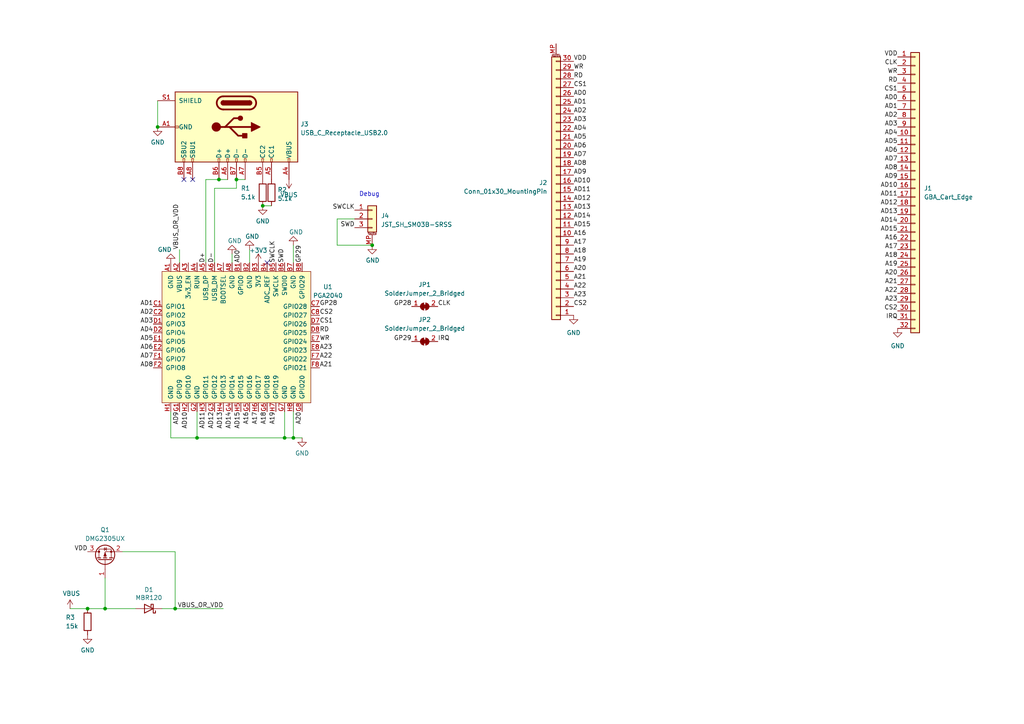
<source format=kicad_sch>
(kicad_sch (version 20230121) (generator eeschema)
  (paper "A4")
  (lib_symbols
    (symbol "Connector:USB_C_Receptacle_USB2.0" (pin_names (offset 1.016))
      (property "Reference" "J" (at -10.16 19.05 0))
      (property "Value" "USB_C_Receptacle_USB2.0" (at 19.05 19.05 0))
      (symbol "USB_C_Receptacle_USB2.0_0_0"
        (rectangle (start -0.254 -17.78) (end 0.254 -16.764))
        (rectangle (start 10.16 -14.986) (end 9.144 -15.494))
        (rectangle (start 10.16 -12.446) (end 9.144 -12.954))
        (rectangle (start 10.16 -4.826) (end 9.144 -5.334))
        (rectangle (start 10.16 -2.286) (end 9.144 -2.794))
        (rectangle (start 10.16 0.254) (end 9.144 -0.254))
        (rectangle (start 10.16 2.794) (end 9.144 2.286))
        (rectangle (start 10.16 7.874) (end 9.144 7.366))
        (rectangle (start 10.16 10.414) (end 9.144 9.906))
        (rectangle (start 10.16 15.494) (end 9.144 14.986))
      )
      (symbol "USB_C_Receptacle_USB2.0_0_1"
        (rectangle (start -10.16 17.78) (end 10.16 -17.78) (stroke (width 0.254)) (fill (type background)))
        (arc (start -8.89 -3.81) (mid -6.985 -5.7067) (end -5.08 -3.81) (stroke (width 0.508)))
        (arc (start -7.62 -3.81) (mid -6.985 -4.4423) (end -6.35 -3.81) (stroke (width 0.254)))
        (arc (start -7.62 -3.81) (mid -6.985 -4.4423) (end -6.35 -3.81) (stroke (width 0.254)) (fill (type outline)))
        (rectangle (start -7.62 -3.81) (end -6.35 3.81) (stroke (width 0.254)) (fill (type outline)))
        (arc (start -6.35 3.81) (mid -6.985 4.4423) (end -7.62 3.81) (stroke (width 0.254)))
        (arc (start -6.35 3.81) (mid -6.985 4.4423) (end -7.62 3.81) (stroke (width 0.254)) (fill (type outline)))
        (arc (start -5.08 3.81) (mid -6.985 5.7067) (end -8.89 3.81) (stroke (width 0.508)))
        (circle (center -2.54 1.143) (radius 0.635) (stroke (width 0.254)) (fill (type outline)))
        (circle (center 0 -5.842) (radius 1.27) (fill (type outline)))
        (polyline (pts (xy -8.89 -3.81) (xy -8.89 3.81)) (stroke (width 0.508)))
        (polyline (pts (xy -5.08 3.81) (xy -5.08 -3.81)) (stroke (width 0.508)))
        (polyline (pts (xy 0 -5.842) (xy 0 4.318)) (stroke (width 0.508)))
        (polyline (pts (xy 0 -3.302) (xy -2.54 -0.762) (xy -2.54 0.508)) (stroke (width 0.508)))
        (polyline (pts (xy 0 -2.032) (xy 2.54 0.508) (xy 2.54 1.778)) (stroke (width 0.508)))
        (polyline (pts (xy -1.27 4.318) (xy 0 6.858) (xy 1.27 4.318) (xy -1.27 4.318)) (stroke (width 0.254)) (fill (type outline)))
        (rectangle (start 1.905 1.778) (end 3.175 3.048) (stroke (width 0.254)) (fill (type outline)))
      )
      (symbol "USB_C_Receptacle_USB2.0_1_1"
        (pin passive line (at 0 -22.86 90) (length 5.08) (name "GND") (number "A1"))
        (pin passive line (at 0 -22.86 90) (length 5.08) hide (name "GND") (number "A12"))
        (pin passive line (at 15.24 15.24 180) (length 5.08) (name "VBUS") (number "A4"))
        (pin bidirectional line (at 15.24 10.16 180) (length 5.08) (name "CC1") (number "A5"))
        (pin bidirectional line (at 15.24 -2.54 180) (length 5.08) (name "D+") (number "A6"))
        (pin bidirectional line (at 15.24 2.54 180) (length 5.08) (name "D-") (number "A7"))
        (pin bidirectional line (at 15.24 -12.7 180) (length 5.08) (name "SBU1") (number "A8"))
        (pin passive line (at 15.24 15.24 180) (length 5.08) hide (name "VBUS") (number "A9"))
        (pin passive line (at 0 -22.86 90) (length 5.08) hide (name "GND") (number "B1"))
        (pin passive line (at 0 -22.86 90) (length 5.08) hide (name "GND") (number "B12"))
        (pin passive line (at 15.24 15.24 180) (length 5.08) hide (name "VBUS") (number "B4"))
        (pin bidirectional line (at 15.24 7.62 180) (length 5.08) (name "CC2") (number "B5"))
        (pin bidirectional line (at 15.24 -5.08 180) (length 5.08) (name "D+") (number "B6"))
        (pin bidirectional line (at 15.24 0 180) (length 5.08) (name "D-") (number "B7"))
        (pin bidirectional line (at 15.24 -15.24 180) (length 5.08) (name "SBU2") (number "B8"))
        (pin passive line (at 15.24 15.24 180) (length 5.08) hide (name "VBUS") (number "B9"))
        (pin passive line (at -7.62 -22.86 90) (length 5.08) (name "SHIELD") (number "S1"))
      )
    )
    (symbol "Connector_Generic:Conn_01x32" (pin_names (offset 1.016) hide)
      (property "Reference" "J" (at 0 40.64 0))
      (property "Value" "Conn_01x32" (at 0 -43.18 0))
      (symbol "Conn_01x32_1_1"
        (rectangle (start -1.27 -40.513) (end 0 -40.767) (stroke (width 0.1524)))
        (rectangle (start -1.27 -37.973) (end 0 -38.227) (stroke (width 0.1524)))
        (rectangle (start -1.27 -35.433) (end 0 -35.687) (stroke (width 0.1524)))
        (rectangle (start -1.27 -32.893) (end 0 -33.147) (stroke (width 0.1524)))
        (rectangle (start -1.27 -30.353) (end 0 -30.607) (stroke (width 0.1524)))
        (rectangle (start -1.27 -27.813) (end 0 -28.067) (stroke (width 0.1524)))
        (rectangle (start -1.27 -25.273) (end 0 -25.527) (stroke (width 0.1524)))
        (rectangle (start -1.27 -22.733) (end 0 -22.987) (stroke (width 0.1524)))
        (rectangle (start -1.27 -20.193) (end 0 -20.447) (stroke (width 0.1524)))
        (rectangle (start -1.27 -17.653) (end 0 -17.907) (stroke (width 0.1524)))
        (rectangle (start -1.27 -15.113) (end 0 -15.367) (stroke (width 0.1524)))
        (rectangle (start -1.27 -12.573) (end 0 -12.827) (stroke (width 0.1524)))
        (rectangle (start -1.27 -10.033) (end 0 -10.287) (stroke (width 0.1524)))
        (rectangle (start -1.27 -7.493) (end 0 -7.747) (stroke (width 0.1524)))
        (rectangle (start -1.27 -4.953) (end 0 -5.207) (stroke (width 0.1524)))
        (rectangle (start -1.27 -2.413) (end 0 -2.667) (stroke (width 0.1524)))
        (rectangle (start -1.27 0.127) (end 0 -0.127) (stroke (width 0.1524)))
        (rectangle (start -1.27 2.667) (end 0 2.413) (stroke (width 0.1524)))
        (rectangle (start -1.27 5.207) (end 0 4.953) (stroke (width 0.1524)))
        (rectangle (start -1.27 7.747) (end 0 7.493) (stroke (width 0.1524)))
        (rectangle (start -1.27 10.287) (end 0 10.033) (stroke (width 0.1524)))
        (rectangle (start -1.27 12.827) (end 0 12.573) (stroke (width 0.1524)))
        (rectangle (start -1.27 15.367) (end 0 15.113) (stroke (width 0.1524)))
        (rectangle (start -1.27 17.907) (end 0 17.653) (stroke (width 0.1524)))
        (rectangle (start -1.27 20.447) (end 0 20.193) (stroke (width 0.1524)))
        (rectangle (start -1.27 22.987) (end 0 22.733) (stroke (width 0.1524)))
        (rectangle (start -1.27 25.527) (end 0 25.273) (stroke (width 0.1524)))
        (rectangle (start -1.27 28.067) (end 0 27.813) (stroke (width 0.1524)))
        (rectangle (start -1.27 30.607) (end 0 30.353) (stroke (width 0.1524)))
        (rectangle (start -1.27 33.147) (end 0 32.893) (stroke (width 0.1524)))
        (rectangle (start -1.27 35.687) (end 0 35.433) (stroke (width 0.1524)))
        (rectangle (start -1.27 38.227) (end 0 37.973) (stroke (width 0.1524)))
        (rectangle (start -1.27 39.37) (end 1.27 -41.91) (stroke (width 0.254)) (fill (type background)))
        (pin passive line (at -5.08 38.1 0) (length 3.81) (name "Pin_1") (number "1"))
        (pin passive line (at -5.08 15.24 0) (length 3.81) (name "Pin_10") (number "10"))
        (pin passive line (at -5.08 12.7 0) (length 3.81) (name "Pin_11") (number "11"))
        (pin passive line (at -5.08 10.16 0) (length 3.81) (name "Pin_12") (number "12"))
        (pin passive line (at -5.08 7.62 0) (length 3.81) (name "Pin_13") (number "13"))
        (pin passive line (at -5.08 5.08 0) (length 3.81) (name "Pin_14") (number "14"))
        (pin passive line (at -5.08 2.54 0) (length 3.81) (name "Pin_15") (number "15"))
        (pin passive line (at -5.08 0 0) (length 3.81) (name "Pin_16") (number "16"))
        (pin passive line (at -5.08 -2.54 0) (length 3.81) (name "Pin_17") (number "17"))
        (pin passive line (at -5.08 -5.08 0) (length 3.81) (name "Pin_18") (number "18"))
        (pin passive line (at -5.08 -7.62 0) (length 3.81) (name "Pin_19") (number "19"))
        (pin passive line (at -5.08 35.56 0) (length 3.81) (name "Pin_2") (number "2"))
        (pin passive line (at -5.08 -10.16 0) (length 3.81) (name "Pin_20") (number "20"))
        (pin passive line (at -5.08 -12.7 0) (length 3.81) (name "Pin_21") (number "21"))
        (pin passive line (at -5.08 -15.24 0) (length 3.81) (name "Pin_22") (number "22"))
        (pin passive line (at -5.08 -17.78 0) (length 3.81) (name "Pin_23") (number "23"))
        (pin passive line (at -5.08 -20.32 0) (length 3.81) (name "Pin_24") (number "24"))
        (pin passive line (at -5.08 -22.86 0) (length 3.81) (name "Pin_25") (number "25"))
        (pin passive line (at -5.08 -25.4 0) (length 3.81) (name "Pin_26") (number "26"))
        (pin passive line (at -5.08 -27.94 0) (length 3.81) (name "Pin_27") (number "27"))
        (pin passive line (at -5.08 -30.48 0) (length 3.81) (name "Pin_28") (number "28"))
        (pin passive line (at -5.08 -33.02 0) (length 3.81) (name "Pin_29") (number "29"))
        (pin passive line (at -5.08 33.02 0) (length 3.81) (name "Pin_3") (number "3"))
        (pin passive line (at -5.08 -35.56 0) (length 3.81) (name "Pin_30") (number "30"))
        (pin passive line (at -5.08 -38.1 0) (length 3.81) (name "Pin_31") (number "31"))
        (pin passive line (at -5.08 -40.64 0) (length 3.81) (name "Pin_32") (number "32"))
        (pin passive line (at -5.08 30.48 0) (length 3.81) (name "Pin_4") (number "4"))
        (pin passive line (at -5.08 27.94 0) (length 3.81) (name "Pin_5") (number "5"))
        (pin passive line (at -5.08 25.4 0) (length 3.81) (name "Pin_6") (number "6"))
        (pin passive line (at -5.08 22.86 0) (length 3.81) (name "Pin_7") (number "7"))
        (pin passive line (at -5.08 20.32 0) (length 3.81) (name "Pin_8") (number "8"))
        (pin passive line (at -5.08 17.78 0) (length 3.81) (name "Pin_9") (number "9"))
      )
    )
    (symbol "Connector_Generic_MountingPin:Conn_01x03_MountingPin" (pin_names (offset 1.016) hide)
      (property "Reference" "J" (at 0 5.08 0))
      (property "Value" "Conn_01x03_MountingPin" (at 1.27 -5.08 0))
      (symbol "Conn_01x03_MountingPin_1_1"
        (rectangle (start -1.27 -2.413) (end 0 -2.667) (stroke (width 0.1524)))
        (rectangle (start -1.27 0.127) (end 0 -0.127) (stroke (width 0.1524)))
        (rectangle (start -1.27 2.667) (end 0 2.413) (stroke (width 0.1524)))
        (rectangle (start -1.27 3.81) (end 1.27 -3.81) (stroke (width 0.254)) (fill (type background)))
        (polyline (pts (xy -1.016 -4.572) (xy 1.016 -4.572)) (stroke (width 0.1524)))
        (text "Mounting" (at 0 -4.191 0) (effects (font (size 0.381 0.381))))
        (pin passive line (at -5.08 2.54 0) (length 3.81) (name "Pin_1") (number "1"))
        (pin passive line (at -5.08 0 0) (length 3.81) (name "Pin_2") (number "2"))
        (pin passive line (at -5.08 -2.54 0) (length 3.81) (name "Pin_3") (number "3"))
        (pin passive line (at 0 -7.62 90) (length 3.048) (name "MountPin") (number "MP"))
      )
    )
    (symbol "Connector_Generic_MountingPin:Conn_01x30_MountingPin" (pin_names (offset 1.016) hide)
      (property "Reference" "J" (at 0 38.1 0))
      (property "Value" "Conn_01x30_MountingPin" (at 1.27 -40.64 0))
      (symbol "Conn_01x30_MountingPin_1_1"
        (rectangle (start -1.27 -37.973) (end 0 -38.227) (stroke (width 0.1524)))
        (rectangle (start -1.27 -35.433) (end 0 -35.687) (stroke (width 0.1524)))
        (rectangle (start -1.27 -32.893) (end 0 -33.147) (stroke (width 0.1524)))
        (rectangle (start -1.27 -30.353) (end 0 -30.607) (stroke (width 0.1524)))
        (rectangle (start -1.27 -27.813) (end 0 -28.067) (stroke (width 0.1524)))
        (rectangle (start -1.27 -25.273) (end 0 -25.527) (stroke (width 0.1524)))
        (rectangle (start -1.27 -22.733) (end 0 -22.987) (stroke (width 0.1524)))
        (rectangle (start -1.27 -20.193) (end 0 -20.447) (stroke (width 0.1524)))
        (rectangle (start -1.27 -17.653) (end 0 -17.907) (stroke (width 0.1524)))
        (rectangle (start -1.27 -15.113) (end 0 -15.367) (stroke (width 0.1524)))
        (rectangle (start -1.27 -12.573) (end 0 -12.827) (stroke (width 0.1524)))
        (rectangle (start -1.27 -10.033) (end 0 -10.287) (stroke (width 0.1524)))
        (rectangle (start -1.27 -7.493) (end 0 -7.747) (stroke (width 0.1524)))
        (rectangle (start -1.27 -4.953) (end 0 -5.207) (stroke (width 0.1524)))
        (rectangle (start -1.27 -2.413) (end 0 -2.667) (stroke (width 0.1524)))
        (rectangle (start -1.27 0.127) (end 0 -0.127) (stroke (width 0.1524)))
        (rectangle (start -1.27 2.667) (end 0 2.413) (stroke (width 0.1524)))
        (rectangle (start -1.27 5.207) (end 0 4.953) (stroke (width 0.1524)))
        (rectangle (start -1.27 7.747) (end 0 7.493) (stroke (width 0.1524)))
        (rectangle (start -1.27 10.287) (end 0 10.033) (stroke (width 0.1524)))
        (rectangle (start -1.27 12.827) (end 0 12.573) (stroke (width 0.1524)))
        (rectangle (start -1.27 15.367) (end 0 15.113) (stroke (width 0.1524)))
        (rectangle (start -1.27 17.907) (end 0 17.653) (stroke (width 0.1524)))
        (rectangle (start -1.27 20.447) (end 0 20.193) (stroke (width 0.1524)))
        (rectangle (start -1.27 22.987) (end 0 22.733) (stroke (width 0.1524)))
        (rectangle (start -1.27 25.527) (end 0 25.273) (stroke (width 0.1524)))
        (rectangle (start -1.27 28.067) (end 0 27.813) (stroke (width 0.1524)))
        (rectangle (start -1.27 30.607) (end 0 30.353) (stroke (width 0.1524)))
        (rectangle (start -1.27 33.147) (end 0 32.893) (stroke (width 0.1524)))
        (rectangle (start -1.27 35.687) (end 0 35.433) (stroke (width 0.1524)))
        (rectangle (start -1.27 36.83) (end 1.27 -39.37) (stroke (width 0.254)) (fill (type background)))
        (polyline (pts (xy -1.016 -40.132) (xy 1.016 -40.132)) (stroke (width 0.1524)))
        (text "Mounting" (at 0 -39.751 0) (effects (font (size 0.381 0.381))))
        (pin passive line (at -5.08 35.56 0) (length 3.81) (name "Pin_1") (number "1"))
        (pin passive line (at -5.08 12.7 0) (length 3.81) (name "Pin_10") (number "10"))
        (pin passive line (at -5.08 10.16 0) (length 3.81) (name "Pin_11") (number "11"))
        (pin passive line (at -5.08 7.62 0) (length 3.81) (name "Pin_12") (number "12"))
        (pin passive line (at -5.08 5.08 0) (length 3.81) (name "Pin_13") (number "13"))
        (pin passive line (at -5.08 2.54 0) (length 3.81) (name "Pin_14") (number "14"))
        (pin passive line (at -5.08 0 0) (length 3.81) (name "Pin_15") (number "15"))
        (pin passive line (at -5.08 -2.54 0) (length 3.81) (name "Pin_16") (number "16"))
        (pin passive line (at -5.08 -5.08 0) (length 3.81) (name "Pin_17") (number "17"))
        (pin passive line (at -5.08 -7.62 0) (length 3.81) (name "Pin_18") (number "18"))
        (pin passive line (at -5.08 -10.16 0) (length 3.81) (name "Pin_19") (number "19"))
        (pin passive line (at -5.08 33.02 0) (length 3.81) (name "Pin_2") (number "2"))
        (pin passive line (at -5.08 -12.7 0) (length 3.81) (name "Pin_20") (number "20"))
        (pin passive line (at -5.08 -15.24 0) (length 3.81) (name "Pin_21") (number "21"))
        (pin passive line (at -5.08 -17.78 0) (length 3.81) (name "Pin_22") (number "22"))
        (pin passive line (at -5.08 -20.32 0) (length 3.81) (name "Pin_23") (number "23"))
        (pin passive line (at -5.08 -22.86 0) (length 3.81) (name "Pin_24") (number "24"))
        (pin passive line (at -5.08 -25.4 0) (length 3.81) (name "Pin_25") (number "25"))
        (pin passive line (at -5.08 -27.94 0) (length 3.81) (name "Pin_26") (number "26"))
        (pin passive line (at -5.08 -30.48 0) (length 3.81) (name "Pin_27") (number "27"))
        (pin passive line (at -5.08 -33.02 0) (length 3.81) (name "Pin_28") (number "28"))
        (pin passive line (at -5.08 -35.56 0) (length 3.81) (name "Pin_29") (number "29"))
        (pin passive line (at -5.08 30.48 0) (length 3.81) (name "Pin_3") (number "3"))
        (pin passive line (at -5.08 -38.1 0) (length 3.81) (name "Pin_30") (number "30"))
        (pin passive line (at -5.08 27.94 0) (length 3.81) (name "Pin_4") (number "4"))
        (pin passive line (at -5.08 25.4 0) (length 3.81) (name "Pin_5") (number "5"))
        (pin passive line (at -5.08 22.86 0) (length 3.81) (name "Pin_6") (number "6"))
        (pin passive line (at -5.08 20.32 0) (length 3.81) (name "Pin_7") (number "7"))
        (pin passive line (at -5.08 17.78 0) (length 3.81) (name "Pin_8") (number "8"))
        (pin passive line (at -5.08 15.24 0) (length 3.81) (name "Pin_9") (number "9"))
        (pin passive line (at 0 -43.18 90) (length 3.048) (name "MountPin") (number "MP"))
      )
    )
    (symbol "Device:R" (pin_numbers hide) (pin_names (offset 0))
      (property "Reference" "R" (at 2.032 0 90))
      (property "Value" "R" (at 0 0 90))
      (symbol "R_0_1"
        (rectangle (start -1.016 -2.54) (end 1.016 2.54) (stroke (width 0.254)))
      )
      (symbol "R_1_1"
        (pin passive line (at 0 3.81 270) (length 1.27) (name "~") (number "1"))
        (pin passive line (at 0 -3.81 90) (length 1.27) (name "~") (number "2"))
      )
    )
    (symbol "Diode:MBR0520" (pin_numbers hide) (pin_names (offset 1.016) hide)
      (property "Reference" "D" (at 0 2.54 0))
      (property "Value" "MBR0520" (at 0 -2.54 0))
      (symbol "MBR0520_0_1"
        (polyline (pts (xy 1.27 0) (xy -1.27 0)))
        (polyline (pts (xy 1.27 1.27) (xy 1.27 -1.27) (xy -1.27 0) (xy 1.27 1.27)) (stroke (width 0.254)))
        (polyline (pts (xy -1.905 0.635) (xy -1.905 1.27) (xy -1.27 1.27) (xy -1.27 -1.27) (xy -0.635 -1.27) (xy -0.635 -0.635)) (stroke (width 0.254)))
      )
      (symbol "MBR0520_1_1"
        (pin passive line (at -3.81 0 0) (length 2.54) (name "K") (number "1"))
        (pin passive line (at 3.81 0 180) (length 2.54) (name "A") (number "2"))
      )
    )
    (symbol "Jumper:SolderJumper_2_Bridged" (pin_names (offset 0) hide)
      (property "Reference" "JP" (at 0 2.032 0))
      (property "Value" "SolderJumper_2_Bridged" (at 0 -2.54 0))
      (symbol "SolderJumper_2_Bridged_0_1"
        (rectangle (start -0.508 0.508) (end 0.508 -0.508) (fill (type outline)))
        (arc (start -0.254 1.016) (mid -1.2656 0) (end -0.254 -1.016))
        (arc (start -0.254 1.016) (mid -1.2656 0) (end -0.254 -1.016) (fill (type outline)))
        (polyline (pts (xy -0.254 1.016) (xy -0.254 -1.016)))
        (polyline (pts (xy 0.254 1.016) (xy 0.254 -1.016)))
        (arc (start 0.254 -1.016) (mid 1.2656 0) (end 0.254 1.016))
        (arc (start 0.254 -1.016) (mid 1.2656 0) (end 0.254 1.016) (fill (type outline)))
      )
      (symbol "SolderJumper_2_Bridged_1_1"
        (pin passive line (at -3.81 0 0) (length 2.54) (name "A") (number "1"))
        (pin passive line (at 3.81 0 180) (length 2.54) (name "B") (number "2"))
      )
    )
    (symbol "Transistor_FET:DMG2301L" (pin_names hide)
      (property "Reference" "Q" (at 5.08 1.905 0))
      (property "Value" "DMG2301L" (at 5.08 0 0))
      (symbol "DMG2301L_0_1"
        (polyline (pts (xy 0.254 0) (xy -2.54 0)))
        (polyline (pts (xy 0.254 1.905) (xy 0.254 -1.905)) (stroke (width 0.254)))
        (polyline (pts (xy 0.762 -1.27) (xy 0.762 -2.286)) (stroke (width 0.254)))
        (polyline (pts (xy 0.762 0.508) (xy 0.762 -0.508)) (stroke (width 0.254)))
        (polyline (pts (xy 0.762 2.286) (xy 0.762 1.27)) (stroke (width 0.254)))
        (polyline (pts (xy 2.54 2.54) (xy 2.54 1.778)))
        (polyline (pts (xy 2.54 -2.54) (xy 2.54 0) (xy 0.762 0)))
        (polyline (pts (xy 0.762 1.778) (xy 3.302 1.778) (xy 3.302 -1.778) (xy 0.762 -1.778)))
        (polyline (pts (xy 2.286 0) (xy 1.27 0.381) (xy 1.27 -0.381) (xy 2.286 0)) (fill (type outline)))
        (polyline (pts (xy 2.794 -0.508) (xy 2.921 -0.381) (xy 3.683 -0.381) (xy 3.81 -0.254)))
        (polyline (pts (xy 3.302 -0.381) (xy 2.921 0.254) (xy 3.683 0.254) (xy 3.302 -0.381)))
        (circle (center 1.651 0) (radius 2.794) (stroke (width 0.254)))
        (circle (center 2.54 -1.778) (radius 0.254) (fill (type outline)))
        (circle (center 2.54 1.778) (radius 0.254) (fill (type outline)))
      )
      (symbol "DMG2301L_1_1"
        (pin input line (at -5.08 0 0) (length 2.54) (name "G") (number "1"))
        (pin passive line (at 2.54 -5.08 90) (length 2.54) (name "S") (number "2"))
        (pin passive line (at 2.54 5.08 270) (length 2.54) (name "D") (number "3"))
      )
    )
    (symbol "pimoroni-boards:PGA2040" (pin_names (offset 1.016))
      (property "Reference" "U" (at 20.32 20.32 0))
      (property "Value" "PGA2040" (at 0 0 0))
      (symbol "PGA2040_0_1"
        (rectangle (start -21.59 19.05) (end 21.59 -19.05) (fill (type background)))
      )
      (symbol "PGA2040_1_1"
        (pin power_in line (at -19.05 21.59 270) (length 2.54) (name "GND") (number "A1"))
        (pin power_in line (at -16.51 21.59 270) (length 2.54) (name "VBUS") (number "A2"))
        (pin input line (at -13.97 21.59 270) (length 2.54) (name "3v3_EN") (number "A3"))
        (pin input line (at -11.43 21.59 270) (length 2.54) (name "RUN") (number "A4"))
        (pin bidirectional line (at -8.89 21.59 270) (length 2.54) (name "USB_DP") (number "A5"))
        (pin bidirectional line (at -6.35 21.59 270) (length 2.54) (name "USB_DM") (number "A6"))
        (pin input line (at -3.81 21.59 270) (length 2.54) (name "BOOTSEL") (number "A7"))
        (pin power_in line (at -1.27 21.59 270) (length 2.54) (name "GND") (number "A8"))
        (pin bidirectional line (at 1.27 21.59 270) (length 2.54) (name "GPIO0") (number "B1"))
        (pin power_in line (at 3.81 21.59 270) (length 2.54) (name "GND") (number "B2"))
        (pin power_out line (at 6.35 21.59 270) (length 2.54) (name "3V3") (number "B3"))
        (pin input line (at 8.89 21.59 270) (length 2.54) (name "ADC_REF") (number "B4"))
        (pin input line (at 11.43 21.59 270) (length 2.54) (name "SWCLK") (number "B5"))
        (pin bidirectional line (at 13.97 21.59 270) (length 2.54) (name "SWDIO") (number "B6"))
        (pin power_in line (at 16.51 21.59 270) (length 2.54) (name "GND") (number "B7"))
        (pin bidirectional line (at 19.05 21.59 270) (length 2.54) (name "GPIO29") (number "B8"))
        (pin bidirectional line (at -24.13 8.89 0) (length 2.54) (name "GPIO1") (number "C1"))
        (pin bidirectional line (at -24.13 6.35 0) (length 2.54) (name "GPIO2") (number "C2"))
        (pin bidirectional line (at 24.13 8.89 180) (length 2.54) (name "GPIO28") (number "C7"))
        (pin bidirectional line (at 24.13 6.35 180) (length 2.54) (name "GPIO27") (number "C8"))
        (pin bidirectional line (at -24.13 3.81 0) (length 2.54) (name "GPIO3") (number "D1"))
        (pin bidirectional line (at -24.13 1.27 0) (length 2.54) (name "GPIO4") (number "D2"))
        (pin bidirectional line (at 24.13 3.81 180) (length 2.54) (name "GPIO26") (number "D7"))
        (pin bidirectional line (at 24.13 1.27 180) (length 2.54) (name "GPIO25") (number "D8"))
        (pin bidirectional line (at -24.13 -1.27 0) (length 2.54) (name "GPIO5") (number "E1"))
        (pin bidirectional line (at -24.13 -3.81 0) (length 2.54) (name "GPIO6") (number "E2"))
        (pin bidirectional line (at 24.13 -1.27 180) (length 2.54) (name "GPIO24") (number "E7"))
        (pin bidirectional line (at 24.13 -3.81 180) (length 2.54) (name "GPIO23") (number "E8"))
        (pin bidirectional line (at -24.13 -6.35 0) (length 2.54) (name "GPIO7") (number "F1"))
        (pin bidirectional line (at -24.13 -8.89 0) (length 2.54) (name "GPIO8") (number "F2"))
        (pin bidirectional line (at 24.13 -6.35 180) (length 2.54) (name "GPIO22") (number "F7"))
        (pin bidirectional line (at 24.13 -8.89 180) (length 2.54) (name "GPIO21") (number "F8"))
        (pin bidirectional line (at -16.51 -21.59 90) (length 2.54) (name "GPIO9") (number "G1"))
        (pin power_in line (at -11.43 -21.59 90) (length 2.54) (name "GND") (number "G2"))
        (pin bidirectional line (at -6.35 -21.59 90) (length 2.54) (name "GPIO12") (number "G3"))
        (pin bidirectional line (at -1.27 -21.59 90) (length 2.54) (name "GPIO14") (number "G4"))
        (pin bidirectional line (at 3.81 -21.59 90) (length 2.54) (name "GPIO16") (number "G5"))
        (pin bidirectional line (at 8.89 -21.59 90) (length 2.54) (name "GPIO18") (number "G6"))
        (pin power_in line (at 13.97 -21.59 90) (length 2.54) (name "GND") (number "G7"))
        (pin bidirectional line (at 19.05 -21.59 90) (length 2.54) (name "GPIO20") (number "G8"))
        (pin power_in line (at -19.05 -21.59 90) (length 2.54) (name "GND") (number "H1"))
        (pin bidirectional line (at -13.97 -21.59 90) (length 2.54) (name "GPIO10") (number "H2"))
        (pin bidirectional line (at -8.89 -21.59 90) (length 2.54) (name "GPIO11") (number "H3"))
        (pin bidirectional line (at -3.81 -21.59 90) (length 2.54) (name "GPIO13") (number "H4"))
        (pin bidirectional line (at 1.27 -21.59 90) (length 2.54) (name "GPIO15") (number "H5"))
        (pin bidirectional line (at 6.35 -21.59 90) (length 2.54) (name "GPIO17") (number "H6"))
        (pin bidirectional line (at 11.43 -21.59 90) (length 2.54) (name "GPIO19") (number "H7"))
        (pin power_in line (at 16.51 -21.59 90) (length 2.54) (name "GND") (number "H8"))
      )
    )
    (symbol "power:+3.3V" (power) (pin_names (offset 0))
      (property "Value" "+3.3V" (at 0 3.556 0))
      (symbol "+3.3V_0_1"
        (polyline (pts (xy -0.762 1.27) (xy 0 2.54)))
        (polyline (pts (xy 0 0) (xy 0 2.54)))
        (polyline (pts (xy 0 2.54) (xy 0.762 1.27)))
      )
      (symbol "+3.3V_1_1"
        (pin power_in line (at 0 0 90) (length 0) hide (name "+3V3") (number "1"))
      )
    )
    (symbol "power:GND" (power) (pin_names (offset 0))
      (property "Value" "GND" (at 0 -3.81 0))
      (symbol "GND_0_1"
        (polyline (pts (xy 0 0) (xy 0 -1.27) (xy 1.27 -1.27) (xy 0 -2.54) (xy -1.27 -1.27) (xy 0 -1.27)))
      )
      (symbol "GND_1_1"
        (pin power_in line (at 0 0 270) (length 0) hide (name "GND") (number "1"))
      )
    )
    (symbol "power:VBUS" (power) (pin_names (offset 0))
      (property "Value" "VBUS" (at 0 3.81 0))
      (symbol "VBUS_0_1"
        (polyline (pts (xy -0.762 1.27) (xy 0 2.54)))
        (polyline (pts (xy 0 0) (xy 0 2.54)))
        (polyline (pts (xy 0 2.54) (xy 0.762 1.27)))
      )
      (symbol "VBUS_1_1"
        (pin power_in line (at 0 0 90) (length 0) hide (name "VBUS") (number "1"))
      )
    )
  )
  (junction (at 45.72 36.83))
  (junction (at 107.95 71.12))
  (junction (at 85.09 127))
  (junction (at 30.48 176.53))
  (junction (at 57.15 127))
  (junction (at 50.8 176.53))
  (junction (at 68.58 52.07))
  (junction (at 25.4 176.53))
  (junction (at 82.55 127))
  (junction (at 76.2 59.69))
  (junction (at 63.5 52.07))
  (no_connect (at 55.88 52.07))
  (no_connect (at 53.34 52.07))
  (no_connect (at 77.47 76.2))
  (wire (pts (xy 30.48 176.53) (xy 39.37 176.53)))
  (wire (pts (xy 85.09 119.38) (xy 85.09 127)))
  (wire (pts (xy 72.39 72.39) (xy 72.39 76.2)))
  (wire (pts (xy 35.56 160.02) (xy 50.8 160.02)))
  (wire (pts (xy 49.53 119.38) (xy 49.53 127)))
  (wire (pts (xy 76.2 59.69) (xy 78.74 59.69)))
  (wire (pts (xy 68.58 52.07) (xy 71.12 52.07)))
  (wire (pts (xy 82.55 127) (xy 85.09 127)))
  (wire (pts (xy 49.53 127) (xy 57.15 127)))
  (wire (pts (xy 85.09 71.12) (xy 85.09 76.2)))
  (wire (pts (xy 62.23 54.61) (xy 68.58 54.61)))
  (wire (pts (xy 46.99 176.53) (xy 50.8 176.53)))
  (wire (pts (xy 57.15 127) (xy 82.55 127)))
  (wire (pts (xy 63.5 52.07) (xy 66.04 52.07)))
  (wire (pts (xy 25.4 176.53) (xy 30.48 176.53)))
  (wire (pts (xy 20.32 176.53) (xy 25.4 176.53)))
  (wire (pts (xy 68.58 54.61) (xy 68.58 52.07)))
  (wire (pts (xy 50.8 160.02) (xy 50.8 176.53)))
  (wire (pts (xy 87.63 127) (xy 85.09 127)))
  (wire (pts (xy 97.79 71.12) (xy 107.95 71.12)))
  (wire (pts (xy 45.72 29.21) (xy 45.72 36.83)))
  (wire (pts (xy 50.8 176.53) (xy 64.77 176.53)))
  (wire (pts (xy 67.31 73.66) (xy 67.31 76.2)))
  (wire (pts (xy 62.23 76.2) (xy 62.23 54.61)))
  (wire (pts (xy 97.79 63.5) (xy 97.79 71.12)))
  (wire (pts (xy 97.79 63.5) (xy 102.87 63.5)))
  (wire (pts (xy 57.15 127) (xy 57.15 119.38)))
  (wire (pts (xy 52.07 72.39) (xy 52.07 76.2)))
  (wire (pts (xy 63.5 52.07) (xy 59.69 52.07)))
  (wire (pts (xy 82.55 127) (xy 82.55 119.38)))
  (wire (pts (xy 59.69 52.07) (xy 59.69 76.2)))
  (wire (pts (xy 30.48 167.64) (xy 30.48 176.53)))
  (text "Debug" (at 104.14 57.15 0) (effects (font (size 1.27 1.27)) (justify left bottom)))
  (label "AD13" (at 260.35 62.23 180))
  (label "AD0" (at 69.85 76.2 90))
  (label "A16" (at 260.35 69.85 180))
  (label "VBUS_OR_VDD" (at 52.07 72.39 90))
  (label "AD12" (at 166.37 58.42 0))
  (label "A22" (at 92.71 104.14 0))
  (label "CLK" (at 127 88.9 0))
  (label "AD14" (at 166.37 63.5 0))
  (label "AD0" (at 166.37 27.94 0))
  (label "A21" (at 260.35 82.55 180))
  (label "A19" (at 260.35 77.47 180))
  (label "GP29" (at 87.63 76.2 90))
  (label "A20" (at 87.63 119.38 270))
  (label "A22" (at 260.35 85.09 180))
  (label "AD11" (at 166.37 55.88 0))
  (label "IRQ" (at 260.35 92.71 180))
  (label "SWCLK" (at 102.87 60.96 180))
  (label "A18" (at 166.37 73.66 0))
  (label "AD9" (at 260.35 52.07 180))
  (label "AD1" (at 166.37 30.48 0))
  (label "AD5" (at 260.35 41.91 180))
  (label "A23" (at 166.37 86.36 0))
  (label "VDD" (at 166.37 17.78 0))
  (label "A20" (at 260.35 80.01 180))
  (label "AD11" (at 260.35 57.15 180))
  (label "AD9" (at 52.07 119.38 270))
  (label "AD9" (at 166.37 50.8 0))
  (label "A17" (at 166.37 71.12 0))
  (label "SWCLK" (at 80.01 76.2 90))
  (label "WR" (at 166.37 20.32 0))
  (label "AD14" (at 260.35 64.77 180))
  (label "CLK" (at 260.35 19.05 180))
  (label "AD15" (at 166.37 66.04 0))
  (label "A21" (at 92.71 106.68 0))
  (label "A23" (at 92.71 101.6 0))
  (label "A19" (at 166.37 76.2 0))
  (label "AD4" (at 166.37 38.1 0))
  (label "AD15" (at 260.35 67.31 180))
  (label "AD1" (at 260.35 31.75 180))
  (label "AD8" (at 44.45 106.68 180))
  (label "A16" (at 72.39 119.38 270))
  (label "CS1" (at 92.71 93.98 0))
  (label "AD1" (at 44.45 88.9 180))
  (label "GP28" (at 119.38 88.9 180))
  (label "AD10" (at 54.61 119.38 270))
  (label "AD3" (at 166.37 35.56 0))
  (label "CS1" (at 166.37 25.4 0))
  (label "AD13" (at 64.77 119.38 270))
  (label "AD11" (at 59.69 119.38 270))
  (label "RD" (at 92.71 96.52 0))
  (label "A21" (at 166.37 81.28 0))
  (label "AD5" (at 44.45 99.06 180))
  (label "AD10" (at 166.37 53.34 0))
  (label "AD2" (at 44.45 91.44 180))
  (label "CS1" (at 260.35 26.67 180))
  (label "D-" (at 62.23 76.2 90))
  (label "AD7" (at 166.37 45.72 0))
  (label "AD6" (at 260.35 44.45 180))
  (label "WR" (at 260.35 21.59 180))
  (label "AD8" (at 166.37 48.26 0))
  (label "A16" (at 166.37 68.58 0))
  (label "D+" (at 59.69 76.2 90))
  (label "AD10" (at 260.35 54.61 180))
  (label "A22" (at 166.37 83.82 0))
  (label "AD6" (at 44.45 101.6 180))
  (label "A17" (at 260.35 72.39 180))
  (label "CS2" (at 260.35 90.17 180))
  (label "CS2" (at 166.37 88.9 0))
  (label "AD12" (at 62.23 119.38 270))
  (label "AD0" (at 260.35 29.21 180))
  (label "VDD" (at 25.4 160.02 180))
  (label "CS2" (at 92.71 91.44 0))
  (label "AD6" (at 166.37 43.18 0))
  (label "AD4" (at 260.35 39.37 180))
  (label "IRQ" (at 127 99.06 0))
  (label "AD8" (at 260.35 49.53 180))
  (label "RD" (at 260.35 24.13 180))
  (label "AD2" (at 260.35 34.29 180))
  (label "AD7" (at 44.45 104.14 180))
  (label "AD4" (at 44.45 96.52 180))
  (label "WR" (at 92.71 99.06 0))
  (label "SWD" (at 82.55 76.2 90))
  (label "GP28" (at 92.71 88.9 0))
  (label "RD" (at 166.37 22.86 0))
  (label "SWD" (at 102.87 66.04 180))
  (label "AD13" (at 166.37 60.96 0))
  (label "AD3" (at 260.35 36.83 180))
  (label "A19" (at 80.01 119.38 270))
  (label "AD2" (at 166.37 33.02 0))
  (label "A17" (at 74.93 119.38 270))
  (label "GP29" (at 119.38 99.06 180))
  (label "AD14" (at 67.31 119.38 270))
  (label "VBUS_OR_VDD" (at 64.77 176.53 180))
  (label "AD5" (at 166.37 40.64 0))
  (label "A18" (at 260.35 74.93 180))
  (label "VDD" (at 260.35 16.51 180))
  (label "A23" (at 260.35 87.63 180))
  (label "A18" (at 77.47 119.38 270))
  (label "AD12" (at 260.35 59.69 180))
  (label "AD15" (at 69.85 119.38 270))
  (label "A20" (at 166.37 78.74 0))
  (label "AD7" (at 260.35 46.99 180))
  (label "AD3" (at 44.45 93.98 180))
  (symbol (lib_id "power:GND") (at 166.37 91.44 0) (unit 1)
    (property "Reference" "#PWR03" (effects hide))
    (property "Value" "GND" (at 166.37 96.52 0))
  )
  (symbol (lib_id "power:+3.3V") (at 74.93 76.2 0) (unit 1)
    (property "Reference" "#PWR011" (effects hide))
    (property "Value" "+3.3V" (at 74.93 72.6242 0))
  )
  (symbol (lib_id "Device:R") (at 78.74 55.88 0) (unit 1)
    (property "Reference" "R2" (at 80.518 55.0453 0) (effects (justify left)))
    (property "Value" "5.1k" (at 80.518 57.5822 0) (effects (justify left)))
    (property "Footprint" "Resistor_SMD:R_0402_1005Metric" (effects hide))
  )
  (symbol (lib_id "power:VBUS") (at 20.32 176.53 0) (unit 1)
    (property "Reference" "#PWR018" (effects hide))
    (property "Value" "VBUS" (at 20.701 172.1358 0))
  )
  (symbol (lib_id "power:GND") (at 49.53 76.2 180) (unit 1)
    (property "Reference" "#PWR09" (effects hide))
    (property "Value" "GND" (at 45.72 72.39 0) (effects (justify right)))
  )
  (symbol (lib_id "Transistor_FET:DMG2301L") (at 30.48 162.56 90) (unit 1)
    (property "Reference" "Q1" (at 30.48 153.67 90))
    (property "Value" "DMG2305UX" (at 30.48 156.21 90))
    (property "Footprint" "Package_TO_SOT_SMD:SOT-23" (effects hide))
    (property "Datasheet" "https://www.diodes.com/assets/Datasheets/DMG2301L.pdf" (effects hide))
  )
  (symbol (lib_id "Connector_Generic:Conn_01x32") (at 265.43 54.61 0) (unit 1)
    (property "Reference" "J1" (at 267.97 54.61 0) (effects (justify left)))
    (property "Value" "GBA_Cart_Edge" (at 267.97 57.15 0) (effects (justify left)))
    (property "Footprint" "Daft_Misc:GBA_Cart_Edge" (effects hide))
  )
  (symbol (lib_id "power:GND") (at 45.72 36.83 0) (unit 1)
    (property "Reference" "#PWR04" (effects hide))
    (property "Value" "GND" (at 45.72 41.2734 0))
  )
  (symbol (lib_id "Diode:MBR0520") (at 43.18 176.53 180) (unit 1)
    (property "Reference" "D1" (at 43.18 171.0436 0))
    (property "Value" "MBR120" (at 43.18 173.355 0))
    (property "Footprint" "MCU_RaspberryPi_and_Boards:MBR120_SOD-123" (effects hide))
  )
  (symbol (lib_id "power:GND") (at 76.2 59.69 0) (unit 1)
    (property "Reference" "#PWR07" (effects hide))
    (property "Value" "GND" (at 76.2 64.1334 0))
  )
  (symbol (lib_id "Connector_Generic_MountingPin:Conn_01x30_MountingPin") (at 161.29 55.88 180) (unit 1)
    (property "Reference" "J2" (at 158.75 52.9844 0) (effects (justify left)))
    (property "Value" "Conn_01x30_MountingPin" (at 158.75 55.5244 0) (effects (justify left)))
    (property "Footprint" "Daft_Misc:JUSHUO_AFC01-S30FCA-00_1x30-1MP_P0.50mm_Horizontal" (effects hide))
  )
  (symbol (lib_id "Connector_Generic_MountingPin:Conn_01x03_MountingPin") (at 107.95 63.5 0) (unit 1)
    (property "Reference" "J4" (at 110.49 62.5856 0) (effects (justify left)))
    (property "Value" "JST_SH_SM03B-SRSS" (at 110.49 65.1256 0) (effects (justify left)))
    (property "Footprint" "Connector_JST:JST_SH_SM03B-SRSS-TB_1x03-1MP_P1.00mm_Horizontal" (effects hide))
  )
  (symbol (lib_id "Connector:USB_C_Receptacle_USB2.0") (at 68.58 36.83 270) (unit 1)
    (property "Reference" "J3" (at 87.122 35.9953 90) (effects (justify left)))
    (property "Value" "USB_C_Receptacle_USB2.0" (at 87.122 38.5322 90) (effects (justify left)))
    (property "Footprint" "Connector_USB:USB_C_Receptacle_HRO_TYPE-C-31-M-12" (effects hide))
    (property "Datasheet" "https://www.usb.org/sites/default/files/documents/usb_type-c.zip" (effects hide))
  )
  (symbol (lib_id "power:VBUS") (at 83.82 52.07 180) (unit 1)
    (property "Reference" "#PWR05" (effects hide))
    (property "Value" "VBUS" (at 83.82 56.5134 0))
  )
  (symbol (lib_id "Jumper:SolderJumper_2_Bridged") (at 123.19 99.06 0) (unit 1)
    (property "Reference" "JP2" (at 123.19 92.71 0))
    (property "Value" "SolderJumper_2_Bridged" (at 123.19 95.25 0))
    (property "Footprint" "Jumper:SolderJumper-2_P1.3mm_Bridged_Pad1.0x1.5mm" (effects hide))
  )
  (symbol (lib_id "power:GND") (at 107.95 71.12 0) (unit 1)
    (property "Reference" "#PWR017" (effects hide))
    (property "Value" "GND" (at 108.077 75.5142 0))
  )
  (symbol (lib_id "power:GND") (at 72.39 72.39 180) (unit 1)
    (property "Reference" "#PWR06" (effects hide))
    (property "Value" "GND" (at 71.12 68.58 0) (effects (justify right)))
  )
  (symbol (lib_id "Device:R") (at 25.4 180.34 0) (unit 1)
    (property "Reference" "R3" (at 19.05 179.0731 0) (effects (justify left)))
    (property "Value" "15k" (at 19.05 181.61 0) (effects (justify left)))
    (property "Footprint" "Resistor_SMD:R_0402_1005Metric" (effects hide))
  )
  (symbol (lib_id "Device:R") (at 76.2 55.88 0) (unit 1)
    (property "Reference" "R1" (at 69.85 54.6131 0) (effects (justify left)))
    (property "Value" "5.1k" (at 69.85 57.15 0) (effects (justify left)))
    (property "Footprint" "Resistor_SMD:R_0402_1005Metric" (effects hide))
  )
  (symbol (lib_id "power:GND") (at 67.31 73.66 180) (unit 1)
    (property "Reference" "#PWR08" (effects hide))
    (property "Value" "GND" (at 66.04 69.85 0) (effects (justify right)))
  )
  (symbol (lib_id "power:GND") (at 85.09 71.12 180) (unit 1)
    (property "Reference" "#PWR012" (effects hide))
    (property "Value" "GND" (at 83.82 67.31 0) (effects (justify right)))
  )
  (symbol (lib_id "Jumper:SolderJumper_2_Bridged") (at 123.19 88.9 0) (unit 1)
    (property "Reference" "JP1" (at 123.19 82.55 0))
    (property "Value" "SolderJumper_2_Bridged" (at 123.19 85.09 0))
    (property "Footprint" "Jumper:SolderJumper-2_P1.3mm_Bridged_Pad1.0x1.5mm" (effects hide))
  )
  (symbol (lib_id "power:GND") (at 260.35 95.25 0) (unit 1)
    (property "Reference" "#PWR01" (effects hide))
    (property "Value" "GND" (at 260.35 100.33 0))
  )
  (symbol (lib_id "power:GND") (at 87.63 127 0) (unit 1)
    (property "Reference" "#PWR016" (effects hide))
    (property "Value" "GND" (at 87.63 131.4434 0))
  )
  (symbol (lib_id "pimoroni-boards:PGA2040") (at 68.58 97.79 0) (unit 1)
    (property "Reference" "U1" (at 95.1177 83.1935 0))
    (property "Value" "PGA2040" (at 95.1177 85.7304 0))
    (property "Footprint" "pimoroni-boards:PGA2040_PTH_WITH_SLOT" (effects hide))
  )
  (symbol (lib_id "power:GND") (at 25.4 184.15 0) (unit 1)
    (property "Reference" "#PWR02" (effects hide))
    (property "Value" "GND" (at 25.4 188.5934 0))
  )
)
</source>
